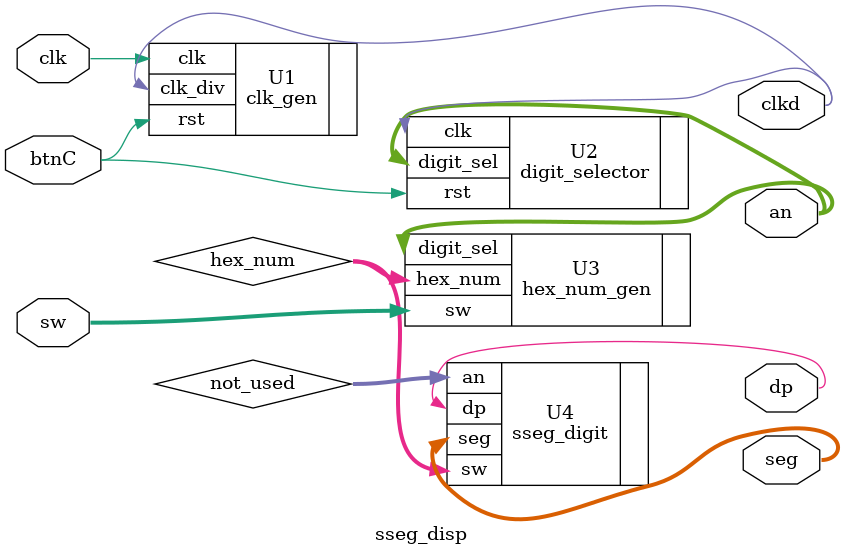
<source format=v>
`timescale 1ns / 1ps


module sseg_disp(
    output [6:0] seg,
    output [3:0] an,
    output dp, clkd,
    input [15:0] sw,
    input btnC,
    input clk
    );
    
    wire [3:0] not_used;        //Declaring the wire for lab3's "an" because we are not using it
    wire [3:0] hex_num;         //Declaring the wire for hex_num that is the 4bit value of the switches
    
                                    //Switched to new instantiation model
    clk_gen U1(                     //Instantiating the clock generator module
        .clk_div (clkd),
        .clk (clk),
        .rst (btnC)
    );
    digit_selector U2(              //Instantiating the digit selector module
        .digit_sel (an),
        .clk (clkd),
        .rst (btnC)
    );
    hex_num_gen U3(                 //Instantiating the hex number generator module
        .hex_num (hex_num),
        .digit_sel (an),
        .sw (sw)
    );
    sseg_digit U4(                //Instantiating the 7 segment display module from lab 3
        .seg (seg),
        .an (not_used),
        .dp (dp),
        .sw (hex_num)
    );
    
endmodule

</source>
